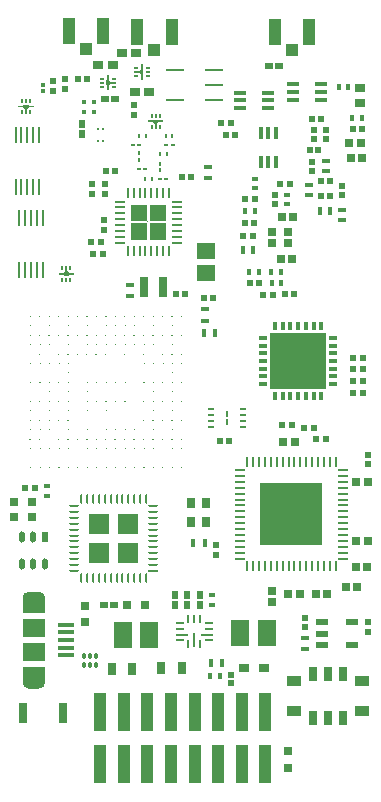
<source format=gtp>
G04*
G04 #@! TF.GenerationSoftware,Altium Limited,Altium Designer,24.2.2 (26)*
G04*
G04 Layer_Color=8421504*
%FSLAX44Y44*%
%MOMM*%
G71*
G04*
G04 #@! TF.SameCoordinates,E5005945-8A51-4B8D-8BE1-141B8C32279E*
G04*
G04*
G04 #@! TF.FilePolarity,Positive*
G04*
G01*
G75*
%ADD13C,0.1250*%
%ADD15R,1.7393X1.7393*%
%ADD16R,0.2000X0.5000*%
%ADD17R,0.5500X0.2000*%
%ADD18C,0.5000*%
G04:AMPARAMS|DCode=19|XSize=0.1925mm|YSize=0.8078mm|CornerRadius=0.0962mm|HoleSize=0mm|Usage=FLASHONLY|Rotation=180.000|XOffset=0mm|YOffset=0mm|HoleType=Round|Shape=RoundedRectangle|*
%AMROUNDEDRECTD19*
21,1,0.1925,0.6154,0,0,180.0*
21,1,0.0000,0.8078,0,0,180.0*
1,1,0.1925,0.0000,0.3077*
1,1,0.1925,0.0000,0.3077*
1,1,0.1925,0.0000,-0.3077*
1,1,0.1925,0.0000,-0.3077*
%
%ADD19ROUNDEDRECTD19*%
G04:AMPARAMS|DCode=20|XSize=0.8078mm|YSize=0.1925mm|CornerRadius=0.0962mm|HoleSize=0mm|Usage=FLASHONLY|Rotation=180.000|XOffset=0mm|YOffset=0mm|HoleType=Round|Shape=RoundedRectangle|*
%AMROUNDEDRECTD20*
21,1,0.8078,0.0000,0,0,180.0*
21,1,0.6154,0.1925,0,0,180.0*
1,1,0.1925,-0.3077,0.0000*
1,1,0.1925,0.3077,0.0000*
1,1,0.1925,0.3077,0.0000*
1,1,0.1925,-0.3077,0.0000*
%
%ADD20ROUNDEDRECTD20*%
%ADD21R,0.8078X0.1925*%
%ADD22R,0.7154X0.6725*%
%ADD23R,1.4986X0.2032*%
%ADD24R,1.0500X0.4500*%
G04:AMPARAMS|DCode=25|XSize=0.3mm|YSize=0.49mm|CornerRadius=0.0495mm|HoleSize=0mm|Usage=FLASHONLY|Rotation=180.000|XOffset=0mm|YOffset=0mm|HoleType=Round|Shape=RoundedRectangle|*
%AMROUNDEDRECTD25*
21,1,0.3000,0.3910,0,0,180.0*
21,1,0.2010,0.4900,0,0,180.0*
1,1,0.0990,-0.1005,0.1955*
1,1,0.0990,0.1005,0.1955*
1,1,0.0990,0.1005,-0.1955*
1,1,0.0990,-0.1005,-0.1955*
%
%ADD25ROUNDEDRECTD25*%
G04:AMPARAMS|DCode=26|XSize=0.3mm|YSize=0.52mm|CornerRadius=0.0495mm|HoleSize=0mm|Usage=FLASHONLY|Rotation=180.000|XOffset=0mm|YOffset=0mm|HoleType=Round|Shape=RoundedRectangle|*
%AMROUNDEDRECTD26*
21,1,0.3000,0.4210,0,0,180.0*
21,1,0.2010,0.5200,0,0,180.0*
1,1,0.0990,-0.1005,0.2105*
1,1,0.0990,0.1005,0.2105*
1,1,0.0990,0.1005,-0.2105*
1,1,0.0990,-0.1005,-0.2105*
%
%ADD26ROUNDEDRECTD26*%
%ADD27R,1.5549X2.3062*%
%ADD28R,0.6725X0.7154*%
%ADD29R,0.8000X0.8000*%
%ADD30R,0.5200X0.5200*%
%ADD31R,0.6500X0.6000*%
%ADD32R,1.3500X0.4000*%
%ADD33R,1.9000X1.5000*%
%ADD34R,0.6000X0.6500*%
%ADD35R,0.5500X0.4500*%
%ADD36R,0.4858X0.9397*%
G04:AMPARAMS|DCode=37|XSize=0.9397mm|YSize=0.4858mm|CornerRadius=0.2429mm|HoleSize=0mm|Usage=FLASHONLY|Rotation=270.000|XOffset=0mm|YOffset=0mm|HoleType=Round|Shape=RoundedRectangle|*
%AMROUNDEDRECTD37*
21,1,0.9397,0.0000,0,0,270.0*
21,1,0.4539,0.4858,0,0,270.0*
1,1,0.4858,0.0000,-0.2269*
1,1,0.4858,0.0000,0.2269*
1,1,0.4858,0.0000,0.2269*
1,1,0.4858,0.0000,-0.2269*
%
%ADD37ROUNDEDRECTD37*%
%ADD38R,0.8000X1.7000*%
%ADD39R,0.8128X0.2540*%
%ADD40R,0.2540X0.8128*%
%ADD41R,5.3086X5.3086*%
%ADD42R,0.5200X0.5200*%
%ADD43R,0.6153X0.5725*%
%ADD44R,0.6000X0.5500*%
%ADD45R,0.8000X0.9000*%
%ADD46R,0.4100X0.6600*%
%ADD47R,0.7500X0.3000*%
%ADD48R,0.3000X0.7500*%
%ADD49R,4.8000X4.8000*%
%ADD50R,0.5153X0.4725*%
%ADD51R,0.4682X0.4725*%
%ADD52R,0.4725X0.4682*%
%ADD53R,0.4500X1.0500*%
G04:AMPARAMS|DCode=54|XSize=0.25mm|YSize=0.675mm|CornerRadius=0.05mm|HoleSize=0mm|Usage=FLASHONLY|Rotation=270.000|XOffset=0mm|YOffset=0mm|HoleType=Round|Shape=RoundedRectangle|*
%AMROUNDEDRECTD54*
21,1,0.2500,0.5750,0,0,270.0*
21,1,0.1500,0.6750,0,0,270.0*
1,1,0.1000,-0.2875,-0.0750*
1,1,0.1000,-0.2875,0.0750*
1,1,0.1000,0.2875,0.0750*
1,1,0.1000,0.2875,-0.0750*
%
%ADD54ROUNDEDRECTD54*%
G04:AMPARAMS|DCode=55|XSize=1.225mm|YSize=0.25mm|CornerRadius=0.05mm|HoleSize=0mm|Usage=FLASHONLY|Rotation=270.000|XOffset=0mm|YOffset=0mm|HoleType=Round|Shape=RoundedRectangle|*
%AMROUNDEDRECTD55*
21,1,1.2250,0.1500,0,0,270.0*
21,1,1.1250,0.2500,0,0,270.0*
1,1,0.1000,-0.0750,-0.5625*
1,1,0.1000,-0.0750,0.5625*
1,1,0.1000,0.0750,0.5625*
1,1,0.1000,0.0750,-0.5625*
%
%ADD55ROUNDEDRECTD55*%
G04:AMPARAMS|DCode=56|XSize=0.25mm|YSize=0.975mm|CornerRadius=0.05mm|HoleSize=0mm|Usage=FLASHONLY|Rotation=270.000|XOffset=0mm|YOffset=0mm|HoleType=Round|Shape=RoundedRectangle|*
%AMROUNDEDRECTD56*
21,1,0.2500,0.8750,0,0,270.0*
21,1,0.1500,0.9750,0,0,270.0*
1,1,0.1000,-0.4375,-0.0750*
1,1,0.1000,-0.4375,0.0750*
1,1,0.1000,0.4375,0.0750*
1,1,0.1000,0.4375,-0.0750*
%
%ADD56ROUNDEDRECTD56*%
G04:AMPARAMS|DCode=57|XSize=0.625mm|YSize=0.25mm|CornerRadius=0.05mm|HoleSize=0mm|Usage=FLASHONLY|Rotation=270.000|XOffset=0mm|YOffset=0mm|HoleType=Round|Shape=RoundedRectangle|*
%AMROUNDEDRECTD57*
21,1,0.6250,0.1500,0,0,270.0*
21,1,0.5250,0.2500,0,0,270.0*
1,1,0.1000,-0.0750,-0.2625*
1,1,0.1000,-0.0750,0.2625*
1,1,0.1000,0.0750,0.2625*
1,1,0.1000,0.0750,-0.2625*
%
%ADD57ROUNDEDRECTD57*%
%ADD58R,0.4725X0.5153*%
%ADD59R,0.4000X0.5000*%
%ADD60R,0.5000X0.4000*%
%ADD61R,0.6500X0.3500*%
%ADD62R,0.3500X0.6500*%
%ADD63R,0.6500X1.0500*%
%ADD64R,0.6750X0.4500*%
%ADD65R,0.4500X0.6750*%
%ADD66C,0.2702*%
%ADD67R,0.3300X0.1500*%
%ADD68R,0.8500X0.6500*%
%ADD69R,0.6500X1.2500*%
%ADD70R,1.2500X0.8500*%
%ADD71R,1.0200X3.2150*%
%ADD72R,0.9500X0.8000*%
%ADD73R,1.0000X1.0500*%
%ADD74R,0.1500X0.3300*%
%ADD75R,0.2794X1.3589*%
%ADD76R,0.8000X1.8000*%
%ADD77R,0.6600X0.4100*%
%ADD78R,0.7000X0.7000*%
%ADD79C,0.2500*%
%ADD80R,0.2500X0.3000*%
%ADD81R,0.3000X0.2500*%
%ADD82R,0.3541X0.2627*%
%ADD83R,0.2750X0.3000*%
%ADD84R,0.2627X0.3541*%
%ADD85R,1.5562X1.4549*%
%ADD86R,0.5600X0.5200*%
%ADD87R,1.1000X0.6000*%
%ADD88R,0.4500X0.4500*%
%ADD89R,0.9500X0.7000*%
%ADD90R,0.3500X0.3000*%
%ADD91R,0.5500X0.5500*%
%ADD92R,0.8000X0.8000*%
%ADD93R,1.0500X2.2000*%
%ADD94R,0.4725X0.5393*%
%ADD95R,0.0254X0.0254*%
G36*
X118719Y624750D02*
X118726Y624671D01*
X118765Y624518D01*
X118836Y624377D01*
X118935Y624253D01*
X118994Y624200D01*
X119055Y624150D01*
X119154Y624025D01*
X119226Y623883D01*
X119265Y623729D01*
X119269Y623650D01*
X119269Y620350D01*
X119265Y620271D01*
X119226Y620117D01*
X119154Y619975D01*
X119055Y619850D01*
X118994Y619800D01*
X118935Y619747D01*
X118836Y619623D01*
X118765Y619482D01*
X118726Y619329D01*
X118719Y619250D01*
X118719D01*
X118719Y615500D01*
X117219D01*
Y619500D01*
X117210Y619571D01*
X117171Y619709D01*
X117107Y619837D01*
X117020Y619950D01*
X116969Y620000D01*
X116969Y620000D01*
X115869Y621000D01*
X115797Y621075D01*
X115625Y621192D01*
X115429Y621258D01*
X115221Y621267D01*
X115119Y621250D01*
X115119D01*
Y621250D01*
X111469D01*
Y622750D01*
X115119Y622750D01*
X115221Y622733D01*
X115429Y622742D01*
X115625Y622808D01*
X115797Y622925D01*
X115869Y623000D01*
Y623000D01*
X116969Y624000D01*
X117020Y624050D01*
X117107Y624163D01*
X117171Y624291D01*
X117210Y624429D01*
X117219Y624500D01*
X117219D01*
X117219Y628500D01*
X118719D01*
X118719Y624750D01*
D02*
G37*
G36*
X89946Y615500D02*
X89955Y615429D01*
X89993Y615291D01*
X90057Y615163D01*
X90145Y615050D01*
X90196Y615000D01*
X91296Y614000D01*
X91368Y613925D01*
X91539Y613808D01*
X91736Y613742D01*
X91943Y613733D01*
X92046Y613750D01*
Y613750D01*
Y613750D01*
X95696D01*
Y612250D01*
X92046D01*
X91943Y612267D01*
X91736Y612258D01*
X91539Y612192D01*
X91368Y612075D01*
X91296Y612000D01*
X91296D01*
X90196Y611000D01*
X90145Y610950D01*
X90057Y610837D01*
X89993Y610709D01*
X89955Y610571D01*
X89946Y610500D01*
X89946Y606500D01*
X88446D01*
Y610250D01*
X88439Y610329D01*
X88399Y610482D01*
X88328Y610623D01*
X88230Y610747D01*
X88171Y610800D01*
X88110Y610850D01*
X88010Y610975D01*
X87939Y611117D01*
X87899Y611271D01*
X87896Y611350D01*
X87896Y611350D01*
X87896Y614650D01*
X87899Y614729D01*
X87939Y614883D01*
X88010Y615025D01*
X88110Y615149D01*
X88171Y615200D01*
X88230Y615253D01*
X88328Y615377D01*
X88399Y615518D01*
X88439Y615671D01*
X88446Y615750D01*
Y615750D01*
X88446Y619500D01*
X89946D01*
X89946Y615500D01*
D02*
G37*
G36*
X21566Y594158D02*
X21720Y594118D01*
X21862Y594047D01*
X21986Y593948D01*
X22036Y593886D01*
X22090Y593828D01*
X22213Y593729D01*
X22355Y593658D01*
X22508Y593619D01*
X22587Y593611D01*
X22587Y593611D01*
X26337Y593612D01*
Y592112D01*
X22337D01*
X22266Y592102D01*
X22128Y592064D01*
X22000Y592000D01*
X21887Y591913D01*
X21837Y591862D01*
Y591862D01*
X20837Y590762D01*
X20761Y590690D01*
X20645Y590518D01*
X20579Y590322D01*
X20570Y590114D01*
X20587Y590012D01*
X20587Y590012D01*
X20587D01*
Y586362D01*
X19087D01*
Y590012D01*
X19104Y590114D01*
X19095Y590322D01*
X19029Y590518D01*
X18912Y590690D01*
X18837Y590762D01*
X17837Y591862D01*
X17787Y591913D01*
X17673Y592000D01*
X17545Y592064D01*
X17408Y592103D01*
X17337Y592112D01*
X17337Y592112D01*
X13337Y592112D01*
Y593612D01*
X17087Y593612D01*
X17165Y593619D01*
X17319Y593658D01*
X17460Y593729D01*
X17584Y593828D01*
X17637Y593886D01*
X17687Y593948D01*
X17811Y594047D01*
X17953Y594118D01*
X18107Y594158D01*
X18187Y594161D01*
X18187D01*
X21487Y594162D01*
X21566Y594158D01*
D02*
G37*
G36*
X131336Y581598D02*
X131490Y581558D01*
X131632Y581487D01*
X131756Y581387D01*
X131806Y581326D01*
X131860Y581267D01*
X131983Y581168D01*
X132125Y581098D01*
X132278Y581058D01*
X132357Y581051D01*
X132357Y581051D01*
X136107Y581051D01*
Y579551D01*
X132107D01*
X132036Y579542D01*
X131898Y579503D01*
X131770Y579439D01*
X131656Y579352D01*
X131606Y579301D01*
Y579301D01*
X130606Y578201D01*
X130531Y578129D01*
X130414Y577958D01*
X130349Y577761D01*
X130339Y577553D01*
X130356Y577451D01*
X130357Y577451D01*
X130357D01*
Y573801D01*
X128856D01*
Y577451D01*
X128874Y577553D01*
X128864Y577761D01*
X128799Y577958D01*
X128682Y578129D01*
X128607Y578201D01*
X127606Y579301D01*
X127556Y579352D01*
X127443Y579439D01*
X127315Y579503D01*
X127177Y579542D01*
X127107Y579551D01*
X127107Y579551D01*
X123106Y579551D01*
Y581051D01*
X126856Y581051D01*
X126935Y581058D01*
X127088Y581098D01*
X127230Y581168D01*
X127353Y581267D01*
X127407Y581326D01*
X127457Y581387D01*
X127581Y581487D01*
X127723Y581558D01*
X127877Y581597D01*
X127956Y581601D01*
X127956D01*
X131257Y581601D01*
X131336Y581598D01*
D02*
G37*
G36*
X138502Y495809D02*
X124500D01*
Y509811D01*
X138502D01*
Y495809D01*
D02*
G37*
G36*
X122500D02*
X108498D01*
Y509811D01*
X122500D01*
Y495809D01*
D02*
G37*
G36*
X138502Y479807D02*
X124500D01*
Y493809D01*
X138502D01*
Y479807D01*
D02*
G37*
G36*
X122500D02*
X108498D01*
Y493809D01*
X122500D01*
Y479807D01*
D02*
G37*
G36*
X54750Y453850D02*
X54733Y453747D01*
X54742Y453540D01*
X54808Y453343D01*
X54925Y453172D01*
X55000Y453100D01*
X55000Y453100D01*
X56000Y452000D01*
X56050Y451949D01*
X56163Y451862D01*
X56291Y451798D01*
X56429Y451759D01*
X56500Y451750D01*
X60500Y451750D01*
Y450250D01*
X56750D01*
X56671Y450243D01*
X56518Y450203D01*
X56377Y450133D01*
X56253Y450034D01*
X56200Y449975D01*
X56150Y449914D01*
X56026Y449814D01*
X55883Y449743D01*
X55729Y449703D01*
X55650Y449700D01*
Y449700D01*
X52350Y449700D01*
X52271Y449703D01*
X52117Y449743D01*
X51975Y449814D01*
X51850Y449914D01*
X51800Y449975D01*
X51800Y449975D01*
X51747Y450034D01*
X51623Y450133D01*
X51482Y450203D01*
X51329Y450243D01*
X51250Y450250D01*
X47500Y450250D01*
Y451750D01*
X51500Y451750D01*
X51571Y451759D01*
X51709Y451798D01*
X51837Y451862D01*
X51950Y451949D01*
X52000Y452000D01*
X52000D01*
X53000Y453100D01*
X53075Y453172D01*
X53192Y453343D01*
X53258Y453540D01*
X53267Y453747D01*
X53250Y453850D01*
X53250D01*
Y457500D01*
X54750D01*
X54750Y453850D01*
D02*
G37*
G36*
X31000Y177000D02*
X22000D01*
Y182000D01*
X31000Y182000D01*
Y177000D01*
D02*
G37*
G36*
X36000Y164000D02*
X17000D01*
Y177000D01*
X36000D01*
Y164000D01*
D02*
G37*
G36*
Y105000D02*
X17000D01*
Y118000D01*
X36000D01*
Y105000D01*
D02*
G37*
G36*
X31000Y100000D02*
X22000Y100000D01*
Y105000D01*
X31000D01*
Y100000D01*
D02*
G37*
%LPC*%
G36*
X89946Y610500D02*
Y610500D01*
D01*
Y610500D01*
D02*
G37*
%LPD*%
D13*
X151829Y415205D02*
G03*
X151829Y415205I-625J0D01*
G01*
Y407205D02*
G03*
X151829Y407205I-625J0D01*
G01*
Y399205D02*
G03*
X151829Y399205I-625J0D01*
G01*
Y391205D02*
G03*
X151829Y391205I-625J0D01*
G01*
Y383205D02*
G03*
X151829Y383205I-625J0D01*
G01*
Y375205D02*
G03*
X151829Y375205I-625J0D01*
G01*
Y367205D02*
G03*
X151829Y367205I-625J0D01*
G01*
Y359205D02*
G03*
X151829Y359205I-625J0D01*
G01*
Y351205D02*
G03*
X151829Y351205I-625J0D01*
G01*
Y343205D02*
G03*
X151829Y343205I-625J0D01*
G01*
Y335205D02*
G03*
X151829Y335205I-625J0D01*
G01*
Y327205D02*
G03*
X151829Y327205I-625J0D01*
G01*
Y319205D02*
G03*
X151829Y319205I-625J0D01*
G01*
Y311205D02*
G03*
X151829Y311205I-625J0D01*
G01*
Y303205D02*
G03*
X151829Y303205I-625J0D01*
G01*
Y295205D02*
G03*
X151829Y295205I-625J0D01*
G01*
Y287205D02*
G03*
X151829Y287205I-625J0D01*
G01*
X143829Y415205D02*
G03*
X143829Y415205I-625J0D01*
G01*
Y407205D02*
G03*
X143829Y407205I-625J0D01*
G01*
Y399205D02*
G03*
X143829Y399205I-625J0D01*
G01*
Y391205D02*
G03*
X143829Y391205I-625J0D01*
G01*
Y383205D02*
G03*
X143829Y383205I-625J0D01*
G01*
Y375205D02*
G03*
X143829Y375205I-625J0D01*
G01*
Y367205D02*
G03*
X143829Y367205I-625J0D01*
G01*
Y359205D02*
G03*
X143829Y359205I-625J0D01*
G01*
Y351205D02*
G03*
X143829Y351205I-625J0D01*
G01*
Y343205D02*
G03*
X143829Y343205I-625J0D01*
G01*
Y335205D02*
G03*
X143829Y335205I-625J0D01*
G01*
Y327205D02*
G03*
X143829Y327205I-625J0D01*
G01*
Y319205D02*
G03*
X143829Y319205I-625J0D01*
G01*
Y311205D02*
G03*
X143829Y311205I-625J0D01*
G01*
Y303205D02*
G03*
X143829Y303205I-625J0D01*
G01*
Y295205D02*
G03*
X143829Y295205I-625J0D01*
G01*
Y287205D02*
G03*
X143829Y287205I-625J0D01*
G01*
X135829Y415205D02*
G03*
X135829Y415205I-625J0D01*
G01*
Y407205D02*
G03*
X135829Y407205I-625J0D01*
G01*
Y399205D02*
G03*
X135829Y399205I-625J0D01*
G01*
Y391205D02*
G03*
X135829Y391205I-625J0D01*
G01*
Y383205D02*
G03*
X135829Y383205I-625J0D01*
G01*
Y375205D02*
G03*
X135829Y375205I-625J0D01*
G01*
Y367205D02*
G03*
X135829Y367205I-625J0D01*
G01*
Y359205D02*
G03*
X135829Y359205I-625J0D01*
G01*
Y351205D02*
G03*
X135829Y351205I-625J0D01*
G01*
Y343205D02*
G03*
X135829Y343205I-625J0D01*
G01*
Y335205D02*
G03*
X135829Y335205I-625J0D01*
G01*
Y327205D02*
G03*
X135829Y327205I-625J0D01*
G01*
Y319205D02*
G03*
X135829Y319205I-625J0D01*
G01*
Y311205D02*
G03*
X135829Y311205I-625J0D01*
G01*
Y303205D02*
G03*
X135829Y303205I-625J0D01*
G01*
Y295205D02*
G03*
X135829Y295205I-625J0D01*
G01*
Y287205D02*
G03*
X135829Y287205I-625J0D01*
G01*
X127829Y415205D02*
G03*
X127829Y415205I-625J0D01*
G01*
Y407205D02*
G03*
X127829Y407205I-625J0D01*
G01*
Y399205D02*
G03*
X127829Y399205I-625J0D01*
G01*
Y391205D02*
G03*
X127829Y391205I-625J0D01*
G01*
Y383205D02*
G03*
X127829Y383205I-625J0D01*
G01*
Y375205D02*
G03*
X127829Y375205I-625J0D01*
G01*
Y367205D02*
G03*
X127829Y367205I-625J0D01*
G01*
Y359205D02*
G03*
X127829Y359205I-625J0D01*
G01*
Y351205D02*
G03*
X127829Y351205I-625J0D01*
G01*
Y343205D02*
G03*
X127829Y343205I-625J0D01*
G01*
Y335205D02*
G03*
X127829Y335205I-625J0D01*
G01*
Y327205D02*
G03*
X127829Y327205I-625J0D01*
G01*
Y319205D02*
G03*
X127829Y319205I-625J0D01*
G01*
Y311205D02*
G03*
X127829Y311205I-625J0D01*
G01*
Y303205D02*
G03*
X127829Y303205I-625J0D01*
G01*
Y295205D02*
G03*
X127829Y295205I-625J0D01*
G01*
Y287205D02*
G03*
X127829Y287205I-625J0D01*
G01*
X119829Y415205D02*
G03*
X119829Y415205I-625J0D01*
G01*
Y407205D02*
G03*
X119829Y407205I-625J0D01*
G01*
Y399205D02*
G03*
X119829Y399205I-625J0D01*
G01*
Y391205D02*
G03*
X119829Y391205I-625J0D01*
G01*
Y383205D02*
G03*
X119829Y383205I-625J0D01*
G01*
Y375205D02*
G03*
X119829Y375205I-625J0D01*
G01*
Y367205D02*
G03*
X119829Y367205I-625J0D01*
G01*
Y359205D02*
G03*
X119829Y359205I-625J0D01*
G01*
Y351205D02*
G03*
X119829Y351205I-625J0D01*
G01*
Y343205D02*
G03*
X119829Y343205I-625J0D01*
G01*
Y335205D02*
G03*
X119829Y335205I-625J0D01*
G01*
Y327205D02*
G03*
X119829Y327205I-625J0D01*
G01*
Y319205D02*
G03*
X119829Y319205I-625J0D01*
G01*
Y311205D02*
G03*
X119829Y311205I-625J0D01*
G01*
Y303205D02*
G03*
X119829Y303205I-625J0D01*
G01*
Y295205D02*
G03*
X119829Y295205I-625J0D01*
G01*
Y287205D02*
G03*
X119829Y287205I-625J0D01*
G01*
X111829Y415205D02*
G03*
X111829Y415205I-625J0D01*
G01*
Y407205D02*
G03*
X111829Y407205I-625J0D01*
G01*
Y399205D02*
G03*
X111829Y399205I-625J0D01*
G01*
Y391205D02*
G03*
X111829Y391205I-625J0D01*
G01*
Y383205D02*
G03*
X111829Y383205I-625J0D01*
G01*
Y319205D02*
G03*
X111829Y319205I-625J0D01*
G01*
Y311205D02*
G03*
X111829Y311205I-625J0D01*
G01*
Y303205D02*
G03*
X111829Y303205I-625J0D01*
G01*
Y295205D02*
G03*
X111829Y295205I-625J0D01*
G01*
Y287205D02*
G03*
X111829Y287205I-625J0D01*
G01*
X103829Y415205D02*
G03*
X103829Y415205I-625J0D01*
G01*
Y407205D02*
G03*
X103829Y407205I-625J0D01*
G01*
Y399205D02*
G03*
X103829Y399205I-625J0D01*
G01*
Y391205D02*
G03*
X103829Y391205I-625J0D01*
G01*
Y383205D02*
G03*
X103829Y383205I-625J0D01*
G01*
Y367205D02*
G03*
X103829Y367205I-625J0D01*
G01*
Y359205D02*
G03*
X103829Y359205I-625J0D01*
G01*
Y351205D02*
G03*
X103829Y351205I-625J0D01*
G01*
Y343205D02*
G03*
X103829Y343205I-625J0D01*
G01*
Y335205D02*
G03*
X103829Y335205I-625J0D01*
G01*
Y319205D02*
G03*
X103829Y319205I-625J0D01*
G01*
Y311205D02*
G03*
X103829Y311205I-625J0D01*
G01*
Y303205D02*
G03*
X103829Y303205I-625J0D01*
G01*
Y295205D02*
G03*
X103829Y295205I-625J0D01*
G01*
Y287205D02*
G03*
X103829Y287205I-625J0D01*
G01*
X95829Y415205D02*
G03*
X95829Y415205I-625J0D01*
G01*
Y407205D02*
G03*
X95829Y407205I-625J0D01*
G01*
Y399205D02*
G03*
X95829Y399205I-625J0D01*
G01*
Y391205D02*
G03*
X95829Y391205I-625J0D01*
G01*
Y383205D02*
G03*
X95829Y383205I-625J0D01*
G01*
Y367205D02*
G03*
X95829Y367205I-625J0D01*
G01*
Y359205D02*
G03*
X95829Y359205I-625J0D01*
G01*
Y351205D02*
G03*
X95829Y351205I-625J0D01*
G01*
Y343205D02*
G03*
X95829Y343205I-625J0D01*
G01*
Y335205D02*
G03*
X95829Y335205I-625J0D01*
G01*
Y319205D02*
G03*
X95829Y319205I-625J0D01*
G01*
Y311205D02*
G03*
X95829Y311205I-625J0D01*
G01*
Y303205D02*
G03*
X95829Y303205I-625J0D01*
G01*
Y295205D02*
G03*
X95829Y295205I-625J0D01*
G01*
Y287205D02*
G03*
X95829Y287205I-625J0D01*
G01*
X87829Y415205D02*
G03*
X87829Y415205I-625J0D01*
G01*
Y407205D02*
G03*
X87829Y407205I-625J0D01*
G01*
Y399205D02*
G03*
X87829Y399205I-625J0D01*
G01*
Y391205D02*
G03*
X87829Y391205I-625J0D01*
G01*
Y383205D02*
G03*
X87829Y383205I-625J0D01*
G01*
Y367205D02*
G03*
X87829Y367205I-625J0D01*
G01*
Y359205D02*
G03*
X87829Y359205I-625J0D01*
G01*
Y351205D02*
G03*
X87829Y351205I-625J0D01*
G01*
Y343205D02*
G03*
X87829Y343205I-625J0D01*
G01*
Y335205D02*
G03*
X87829Y335205I-625J0D01*
G01*
Y319205D02*
G03*
X87829Y319205I-625J0D01*
G01*
Y311205D02*
G03*
X87829Y311205I-625J0D01*
G01*
Y303205D02*
G03*
X87829Y303205I-625J0D01*
G01*
Y295205D02*
G03*
X87829Y295205I-625J0D01*
G01*
Y287205D02*
G03*
X87829Y287205I-625J0D01*
G01*
X79829Y415205D02*
G03*
X79829Y415205I-625J0D01*
G01*
Y407205D02*
G03*
X79829Y407205I-625J0D01*
G01*
Y399205D02*
G03*
X79829Y399205I-625J0D01*
G01*
Y391205D02*
G03*
X79829Y391205I-625J0D01*
G01*
Y383205D02*
G03*
X79829Y383205I-625J0D01*
G01*
Y367205D02*
G03*
X79829Y367205I-625J0D01*
G01*
Y359205D02*
G03*
X79829Y359205I-625J0D01*
G01*
Y351205D02*
G03*
X79829Y351205I-625J0D01*
G01*
Y343205D02*
G03*
X79829Y343205I-625J0D01*
G01*
Y335205D02*
G03*
X79829Y335205I-625J0D01*
G01*
Y319205D02*
G03*
X79829Y319205I-625J0D01*
G01*
Y311205D02*
G03*
X79829Y311205I-625J0D01*
G01*
Y303205D02*
G03*
X79829Y303205I-625J0D01*
G01*
Y295205D02*
G03*
X79829Y295205I-625J0D01*
G01*
Y287205D02*
G03*
X79829Y287205I-625J0D01*
G01*
X71829Y415205D02*
G03*
X71829Y415205I-625J0D01*
G01*
Y407205D02*
G03*
X71829Y407205I-625J0D01*
G01*
Y399205D02*
G03*
X71829Y399205I-625J0D01*
G01*
Y391205D02*
G03*
X71829Y391205I-625J0D01*
G01*
Y383205D02*
G03*
X71829Y383205I-625J0D01*
G01*
Y367205D02*
G03*
X71829Y367205I-625J0D01*
G01*
Y359205D02*
G03*
X71829Y359205I-625J0D01*
G01*
Y351205D02*
G03*
X71829Y351205I-625J0D01*
G01*
Y343205D02*
G03*
X71829Y343205I-625J0D01*
G01*
Y335205D02*
G03*
X71829Y335205I-625J0D01*
G01*
Y319205D02*
G03*
X71829Y319205I-625J0D01*
G01*
Y311205D02*
G03*
X71829Y311205I-625J0D01*
G01*
Y303205D02*
G03*
X71829Y303205I-625J0D01*
G01*
Y295205D02*
G03*
X71829Y295205I-625J0D01*
G01*
Y287205D02*
G03*
X71829Y287205I-625J0D01*
G01*
X63829Y415205D02*
G03*
X63829Y415205I-625J0D01*
G01*
Y407205D02*
G03*
X63829Y407205I-625J0D01*
G01*
Y399205D02*
G03*
X63829Y399205I-625J0D01*
G01*
Y391205D02*
G03*
X63829Y391205I-625J0D01*
G01*
Y383205D02*
G03*
X63829Y383205I-625J0D01*
G01*
Y319205D02*
G03*
X63829Y319205I-625J0D01*
G01*
Y311205D02*
G03*
X63829Y311205I-625J0D01*
G01*
Y303205D02*
G03*
X63829Y303205I-625J0D01*
G01*
Y295205D02*
G03*
X63829Y295205I-625J0D01*
G01*
Y287205D02*
G03*
X63829Y287205I-625J0D01*
G01*
X55829Y415205D02*
G03*
X55829Y415205I-625J0D01*
G01*
Y407205D02*
G03*
X55829Y407205I-625J0D01*
G01*
Y399205D02*
G03*
X55829Y399205I-625J0D01*
G01*
Y391205D02*
G03*
X55829Y391205I-625J0D01*
G01*
Y383205D02*
G03*
X55829Y383205I-625J0D01*
G01*
Y375205D02*
G03*
X55829Y375205I-625J0D01*
G01*
Y367205D02*
G03*
X55829Y367205I-625J0D01*
G01*
Y359205D02*
G03*
X55829Y359205I-625J0D01*
G01*
Y351205D02*
G03*
X55829Y351205I-625J0D01*
G01*
Y343205D02*
G03*
X55829Y343205I-625J0D01*
G01*
Y335205D02*
G03*
X55829Y335205I-625J0D01*
G01*
Y327205D02*
G03*
X55829Y327205I-625J0D01*
G01*
Y319205D02*
G03*
X55829Y319205I-625J0D01*
G01*
Y311205D02*
G03*
X55829Y311205I-625J0D01*
G01*
Y303205D02*
G03*
X55829Y303205I-625J0D01*
G01*
Y295205D02*
G03*
X55829Y295205I-625J0D01*
G01*
Y287205D02*
G03*
X55829Y287205I-625J0D01*
G01*
X47829Y415205D02*
G03*
X47829Y415205I-625J0D01*
G01*
Y407205D02*
G03*
X47829Y407205I-625J0D01*
G01*
Y399205D02*
G03*
X47829Y399205I-625J0D01*
G01*
Y391205D02*
G03*
X47829Y391205I-625J0D01*
G01*
Y383205D02*
G03*
X47829Y383205I-625J0D01*
G01*
Y375205D02*
G03*
X47829Y375205I-625J0D01*
G01*
Y367205D02*
G03*
X47829Y367205I-625J0D01*
G01*
Y359205D02*
G03*
X47829Y359205I-625J0D01*
G01*
Y351205D02*
G03*
X47829Y351205I-625J0D01*
G01*
Y343205D02*
G03*
X47829Y343205I-625J0D01*
G01*
Y335205D02*
G03*
X47829Y335205I-625J0D01*
G01*
Y327205D02*
G03*
X47829Y327205I-625J0D01*
G01*
Y319205D02*
G03*
X47829Y319205I-625J0D01*
G01*
Y311205D02*
G03*
X47829Y311205I-625J0D01*
G01*
Y303205D02*
G03*
X47829Y303205I-625J0D01*
G01*
Y295205D02*
G03*
X47829Y295205I-625J0D01*
G01*
Y287205D02*
G03*
X47829Y287205I-625J0D01*
G01*
X39829Y415205D02*
G03*
X39829Y415205I-625J0D01*
G01*
Y407205D02*
G03*
X39829Y407205I-625J0D01*
G01*
Y399205D02*
G03*
X39829Y399205I-625J0D01*
G01*
Y391205D02*
G03*
X39829Y391205I-625J0D01*
G01*
Y383205D02*
G03*
X39829Y383205I-625J0D01*
G01*
Y375205D02*
G03*
X39829Y375205I-625J0D01*
G01*
Y367205D02*
G03*
X39829Y367205I-625J0D01*
G01*
Y359205D02*
G03*
X39829Y359205I-625J0D01*
G01*
Y351205D02*
G03*
X39829Y351205I-625J0D01*
G01*
Y343205D02*
G03*
X39829Y343205I-625J0D01*
G01*
Y335205D02*
G03*
X39829Y335205I-625J0D01*
G01*
Y327205D02*
G03*
X39829Y327205I-625J0D01*
G01*
Y319205D02*
G03*
X39829Y319205I-625J0D01*
G01*
Y311205D02*
G03*
X39829Y311205I-625J0D01*
G01*
Y303205D02*
G03*
X39829Y303205I-625J0D01*
G01*
Y295205D02*
G03*
X39829Y295205I-625J0D01*
G01*
Y287205D02*
G03*
X39829Y287205I-625J0D01*
G01*
X31829Y415205D02*
G03*
X31829Y415205I-625J0D01*
G01*
Y407205D02*
G03*
X31829Y407205I-625J0D01*
G01*
Y399205D02*
G03*
X31829Y399205I-625J0D01*
G01*
Y391205D02*
G03*
X31829Y391205I-625J0D01*
G01*
Y383205D02*
G03*
X31829Y383205I-625J0D01*
G01*
Y375205D02*
G03*
X31829Y375205I-625J0D01*
G01*
Y367205D02*
G03*
X31829Y367205I-625J0D01*
G01*
Y359205D02*
G03*
X31829Y359205I-625J0D01*
G01*
Y351205D02*
G03*
X31829Y351205I-625J0D01*
G01*
Y343205D02*
G03*
X31829Y343205I-625J0D01*
G01*
Y335205D02*
G03*
X31829Y335205I-625J0D01*
G01*
Y327205D02*
G03*
X31829Y327205I-625J0D01*
G01*
Y319205D02*
G03*
X31829Y319205I-625J0D01*
G01*
Y311205D02*
G03*
X31829Y311205I-625J0D01*
G01*
Y303205D02*
G03*
X31829Y303205I-625J0D01*
G01*
Y295205D02*
G03*
X31829Y295205I-625J0D01*
G01*
Y287205D02*
G03*
X31829Y287205I-625J0D01*
G01*
X23829Y415205D02*
G03*
X23829Y415205I-625J0D01*
G01*
Y407205D02*
G03*
X23829Y407205I-625J0D01*
G01*
Y399205D02*
G03*
X23829Y399205I-625J0D01*
G01*
Y391205D02*
G03*
X23829Y391205I-625J0D01*
G01*
Y383205D02*
G03*
X23829Y383205I-625J0D01*
G01*
Y375205D02*
G03*
X23829Y375205I-625J0D01*
G01*
Y367205D02*
G03*
X23829Y367205I-625J0D01*
G01*
Y359205D02*
G03*
X23829Y359205I-625J0D01*
G01*
Y351205D02*
G03*
X23829Y351205I-625J0D01*
G01*
Y343205D02*
G03*
X23829Y343205I-625J0D01*
G01*
Y335205D02*
G03*
X23829Y335205I-625J0D01*
G01*
Y327205D02*
G03*
X23829Y327205I-625J0D01*
G01*
Y319205D02*
G03*
X23829Y319205I-625J0D01*
G01*
Y311205D02*
G03*
X23829Y311205I-625J0D01*
G01*
Y303205D02*
G03*
X23829Y303205I-625J0D01*
G01*
Y295205D02*
G03*
X23829Y295205I-625J0D01*
G01*
Y287205D02*
G03*
X23829Y287205I-625J0D01*
G01*
D15*
X81935Y239065D02*
D03*
X106065D02*
D03*
X81935Y214935D02*
D03*
X106065D02*
D03*
D16*
X190000Y332500D02*
D03*
Y325500D02*
D03*
D17*
X203750Y336500D02*
D03*
Y331500D02*
D03*
Y326500D02*
D03*
Y321500D02*
D03*
X176250D02*
D03*
X176250Y326500D02*
D03*
Y331500D02*
D03*
X176250Y336500D02*
D03*
D18*
X24500Y177000D02*
G03*
X24500Y177000I-2500J0D01*
G01*
X33500D02*
G03*
X33500Y177000I-2500J0D01*
G01*
X24500Y105000D02*
G03*
X24500Y105000I-2500J0D01*
G01*
X33500D02*
G03*
X33500Y105000I-2500J0D01*
G01*
D19*
X121500Y193248D02*
D03*
X116500D02*
D03*
X111500D02*
D03*
X106500D02*
D03*
X101500D02*
D03*
X96500D02*
D03*
X91500D02*
D03*
X86500D02*
D03*
X81500D02*
D03*
X76500D02*
D03*
X71500D02*
D03*
X66500D02*
D03*
Y260752D02*
D03*
X71500D02*
D03*
X76500D02*
D03*
X81500D02*
D03*
X86500D02*
D03*
X91500D02*
D03*
X96500D02*
D03*
X101500D02*
D03*
X106500D02*
D03*
X111500D02*
D03*
X116500D02*
D03*
X121500D02*
D03*
D20*
X60248Y199500D02*
D03*
Y204500D02*
D03*
Y209500D02*
D03*
Y214500D02*
D03*
Y219500D02*
D03*
Y224500D02*
D03*
Y229500D02*
D03*
Y234500D02*
D03*
Y239500D02*
D03*
Y244500D02*
D03*
Y249500D02*
D03*
Y254500D02*
D03*
X127752D02*
D03*
Y249500D02*
D03*
Y244500D02*
D03*
Y239500D02*
D03*
Y234500D02*
D03*
Y229500D02*
D03*
Y224500D02*
D03*
Y219500D02*
D03*
Y214500D02*
D03*
Y209500D02*
D03*
Y204500D02*
D03*
D21*
Y199500D02*
D03*
D22*
X308586Y203266D02*
D03*
X299015D02*
D03*
X247385Y309001D02*
D03*
X237814D02*
D03*
X309149Y274601D02*
D03*
X299578D02*
D03*
X309195Y225023D02*
D03*
X299623D02*
D03*
X251443Y180001D02*
D03*
X241872D02*
D03*
X300234Y185720D02*
D03*
X290663D02*
D03*
X265285Y180001D02*
D03*
X274856D02*
D03*
X236216Y499472D02*
D03*
X245787D02*
D03*
X235575Y464021D02*
D03*
X245147D02*
D03*
X303079Y561949D02*
D03*
X304292Y548868D02*
D03*
X293508Y561949D02*
D03*
X294720Y548868D02*
D03*
D23*
X179274Y610700D02*
D03*
Y623400D02*
D03*
X146000Y598000D02*
D03*
Y623400D02*
D03*
X179274Y598000D02*
D03*
D24*
X201000Y591500D02*
D03*
X225000Y598000D02*
D03*
X201000D02*
D03*
X225000Y604500D02*
D03*
X201000D02*
D03*
X225000Y591500D02*
D03*
X270000Y598500D02*
D03*
X246000Y605000D02*
D03*
Y611500D02*
D03*
X270000D02*
D03*
Y605000D02*
D03*
X246000Y598500D02*
D03*
D25*
X79000Y120150D02*
D03*
X74000Y127850D02*
D03*
X69000Y120150D02*
D03*
Y127850D02*
D03*
X74000Y120150D02*
D03*
D26*
X79000Y127700D02*
D03*
D27*
X124371Y145250D02*
D03*
X101858D02*
D03*
X223627Y147250D02*
D03*
X201114D02*
D03*
D28*
X241716Y477101D02*
D03*
Y486672D02*
D03*
X227897Y173424D02*
D03*
Y182995D02*
D03*
X228465Y486818D02*
D03*
Y477247D02*
D03*
D29*
X9558Y245000D02*
D03*
X24558D02*
D03*
X9500Y258000D02*
D03*
X24500D02*
D03*
X120370Y170982D02*
D03*
X105370D02*
D03*
D30*
X183772Y309308D02*
D03*
X191772D02*
D03*
X151500Y532809D02*
D03*
X95500Y537809D02*
D03*
X75000Y478000D02*
D03*
X185000Y579000D02*
D03*
X189000Y569000D02*
D03*
X159500Y532809D02*
D03*
X178557Y431015D02*
D03*
X87500Y537809D02*
D03*
X83000Y478000D02*
D03*
X193000Y579000D02*
D03*
X197000Y569000D02*
D03*
X170557Y431015D02*
D03*
D31*
X234250Y627000D02*
D03*
X225750D02*
D03*
X85750Y171000D02*
D03*
X94250D02*
D03*
X95250Y599000D02*
D03*
X86750D02*
D03*
D32*
X53500Y154000D02*
D03*
Y147500D02*
D03*
Y141000D02*
D03*
Y134500D02*
D03*
Y128000D02*
D03*
D33*
X26500Y151000D02*
D03*
Y131000D02*
D03*
D34*
X167050Y179233D02*
D03*
Y170733D02*
D03*
X156000Y179250D02*
D03*
Y170750D02*
D03*
X146000D02*
D03*
Y179250D02*
D03*
X67000Y569750D02*
D03*
Y578250D02*
D03*
D35*
X177000Y179500D02*
D03*
Y170500D02*
D03*
D36*
X35500Y228155D02*
D03*
D37*
X26000Y205845D02*
D03*
X16500D02*
D03*
X35500D02*
D03*
X26000Y228155D02*
D03*
X16500D02*
D03*
D38*
X17000Y79000D02*
D03*
X51000D02*
D03*
D39*
X200658Y219997D02*
D03*
Y214996D02*
D03*
X288542Y230000D02*
D03*
Y245003D02*
D03*
Y250005D02*
D03*
Y255006D02*
D03*
Y260007D02*
D03*
Y265008D02*
D03*
Y270010D02*
D03*
Y209994D02*
D03*
Y224998D02*
D03*
Y275011D02*
D03*
X200658Y209994D02*
D03*
X288542Y240002D02*
D03*
X200658Y275011D02*
D03*
Y270010D02*
D03*
Y230000D02*
D03*
X288542Y280012D02*
D03*
X200658Y235001D02*
D03*
X288542Y214996D02*
D03*
Y219997D02*
D03*
X200658Y260007D02*
D03*
Y224998D02*
D03*
Y280012D02*
D03*
X288542Y235001D02*
D03*
X200658Y255006D02*
D03*
Y250005D02*
D03*
Y245003D02*
D03*
Y240002D02*
D03*
X288542Y285013D02*
D03*
X200658Y265008D02*
D03*
Y285013D02*
D03*
X98989Y477309D02*
D03*
Y507309D02*
D03*
Y512309D02*
D03*
Y502309D02*
D03*
Y492309D02*
D03*
X148011Y477309D02*
D03*
Y492309D02*
D03*
Y487309D02*
D03*
Y482309D02*
D03*
X98989Y497309D02*
D03*
Y482309D02*
D03*
Y487309D02*
D03*
X148011Y497309D02*
D03*
Y502309D02*
D03*
Y507309D02*
D03*
Y512309D02*
D03*
D40*
X222094Y203562D02*
D03*
X227095D02*
D03*
X237098D02*
D03*
X282109Y291446D02*
D03*
X277108D02*
D03*
X272106D02*
D03*
X267105D02*
D03*
X262104D02*
D03*
X257103D02*
D03*
X252101D02*
D03*
X247100D02*
D03*
X242099D02*
D03*
X237098D02*
D03*
X232096D02*
D03*
X252101Y203562D02*
D03*
X267105D02*
D03*
X227095Y291446D02*
D03*
X232096Y203562D02*
D03*
X282109D02*
D03*
X207090Y291446D02*
D03*
X217093Y203562D02*
D03*
X207090D02*
D03*
X217093Y291446D02*
D03*
X222094D02*
D03*
X212091Y203562D02*
D03*
Y291446D02*
D03*
X242099Y203562D02*
D03*
X257103D02*
D03*
X262104D02*
D03*
X272106D02*
D03*
X277108D02*
D03*
X247100D02*
D03*
X111000Y470299D02*
D03*
X121000D02*
D03*
X131000D02*
D03*
X126000D02*
D03*
X136000D02*
D03*
X116000D02*
D03*
Y519320D02*
D03*
X121000D02*
D03*
X131000D02*
D03*
X106000D02*
D03*
X141000D02*
D03*
Y470299D02*
D03*
X106000D02*
D03*
X136000Y519320D02*
D03*
X126000D02*
D03*
X111000D02*
D03*
D41*
X244600Y247504D02*
D03*
D42*
X309658Y298001D02*
D03*
Y290001D02*
D03*
X180890Y213365D02*
D03*
Y221365D02*
D03*
X86500Y518810D02*
D03*
X75500D02*
D03*
X85500Y488309D02*
D03*
X309000Y156000D02*
D03*
Y148000D02*
D03*
X256000Y152000D02*
D03*
X111000Y594000D02*
D03*
X86500Y526809D02*
D03*
X85500Y496309D02*
D03*
X75500Y526809D02*
D03*
X256000Y160000D02*
D03*
X111000Y586000D02*
D03*
D43*
X236372Y323001D02*
D03*
X244943D02*
D03*
X243452Y527433D02*
D03*
X234881D02*
D03*
X220314Y433255D02*
D03*
X228886D02*
D03*
X203474Y483543D02*
D03*
X212045D02*
D03*
D44*
X265408Y311001D02*
D03*
X273908D02*
D03*
X263908Y321001D02*
D03*
X255408D02*
D03*
X305023Y380250D02*
D03*
Y360250D02*
D03*
X76750Y467809D02*
D03*
X296523Y380250D02*
D03*
Y360250D02*
D03*
Y370250D02*
D03*
X296388Y350527D02*
D03*
X27082Y269582D02*
D03*
X85250Y467809D02*
D03*
X304888Y350527D02*
D03*
X305023Y370250D02*
D03*
X18582Y269582D02*
D03*
D45*
X171908Y257251D02*
D03*
X159408D02*
D03*
X171908Y240751D02*
D03*
X159408D02*
D03*
D46*
X161608Y223001D02*
D03*
X171708D02*
D03*
D47*
X220505Y364225D02*
D03*
X280005Y390225D02*
D03*
X220505Y383725D02*
D03*
X280005Y357725D02*
D03*
X220505Y390225D02*
D03*
Y377225D02*
D03*
X280005Y364225D02*
D03*
Y377225D02*
D03*
Y370725D02*
D03*
Y383725D02*
D03*
Y396725D02*
D03*
X220505D02*
D03*
Y357725D02*
D03*
Y370725D02*
D03*
D48*
X230755Y406975D02*
D03*
X256755D02*
D03*
X269755Y347475D02*
D03*
X243755Y406975D02*
D03*
X263255D02*
D03*
X230755Y347475D02*
D03*
X237255D02*
D03*
X243755D02*
D03*
X250255D02*
D03*
X256755D02*
D03*
X263255D02*
D03*
X237255Y406975D02*
D03*
X269755D02*
D03*
X250255D02*
D03*
D49*
Y377225D02*
D03*
D50*
X212786Y494000D02*
D03*
X205214D02*
D03*
X269577Y582464D02*
D03*
X262006D02*
D03*
X304119Y573462D02*
D03*
X296548D02*
D03*
X269604Y516870D02*
D03*
X277176D02*
D03*
X277176Y529309D02*
D03*
X269604D02*
D03*
X246900Y433685D02*
D03*
X239328D02*
D03*
X209214Y443000D02*
D03*
X216786D02*
D03*
X259876Y555882D02*
D03*
X267447D02*
D03*
X147214Y434000D02*
D03*
X154785D02*
D03*
D51*
X213511Y514742D02*
D03*
X205468D02*
D03*
D52*
X273550Y573132D02*
D03*
Y565089D02*
D03*
D53*
X231500Y546000D02*
D03*
X225000Y570000D02*
D03*
X231500D02*
D03*
X218500Y546000D02*
D03*
X225000D02*
D03*
X218500Y570000D02*
D03*
D54*
X174496Y155750D02*
D03*
Y150750D02*
D03*
Y140750D02*
D03*
X150246D02*
D03*
Y150750D02*
D03*
Y155750D02*
D03*
D55*
X162371Y140875D02*
D03*
D56*
X172996Y145750D02*
D03*
X151746D02*
D03*
D57*
X167371Y137875D02*
D03*
X157371D02*
D03*
Y158625D02*
D03*
X162371D02*
D03*
X167371D02*
D03*
D58*
X263465Y573080D02*
D03*
Y565509D02*
D03*
X287278Y525263D02*
D03*
Y517692D02*
D03*
X230917Y517855D02*
D03*
Y510284D02*
D03*
X262155Y546176D02*
D03*
Y538605D02*
D03*
D59*
X227781Y443362D02*
D03*
X235780D02*
D03*
X235527Y452860D02*
D03*
X227527D02*
D03*
X208983Y452904D02*
D03*
X216983D02*
D03*
X184000Y111000D02*
D03*
X176000D02*
D03*
X284492Y609000D02*
D03*
X292491D02*
D03*
X303999Y583000D02*
D03*
X296000D02*
D03*
X205357Y504564D02*
D03*
X213356D02*
D03*
D60*
X240500Y518181D02*
D03*
Y510181D02*
D03*
X213548Y531646D02*
D03*
Y523647D02*
D03*
X37854Y271077D02*
D03*
Y263077D02*
D03*
D61*
X273485Y546903D02*
D03*
Y538403D02*
D03*
X259174Y526714D02*
D03*
Y518214D02*
D03*
X287000Y496500D02*
D03*
Y505000D02*
D03*
D62*
X277250Y504000D02*
D03*
X268750D02*
D03*
X203541Y471689D02*
D03*
X212041D02*
D03*
D63*
X92500Y116305D02*
D03*
X109500D02*
D03*
X151500Y117000D02*
D03*
X134500D02*
D03*
D64*
X256000Y142625D02*
D03*
Y133375D02*
D03*
X108100Y441625D02*
D03*
X174000Y532375D02*
D03*
X108100Y432375D02*
D03*
X174000Y541625D02*
D03*
D65*
X185625Y122000D02*
D03*
X176375D02*
D03*
X170875Y401000D02*
D03*
X180125D02*
D03*
D66*
X117000Y622000D02*
D03*
X90165Y613000D02*
D03*
X129607Y579332D02*
D03*
X19837Y591893D02*
D03*
X54000Y451969D02*
D03*
D67*
X122819Y625500D02*
D03*
Y622000D02*
D03*
Y618500D02*
D03*
X113119D02*
D03*
Y625500D02*
D03*
X84346Y609500D02*
D03*
Y613000D02*
D03*
Y616500D02*
D03*
X94046D02*
D03*
Y609500D02*
D03*
D68*
X100750Y638000D02*
D03*
X113250D02*
D03*
X111750Y605000D02*
D03*
X124250D02*
D03*
X80750Y628000D02*
D03*
X93250D02*
D03*
D69*
X288300Y74850D02*
D03*
X262900Y112350D02*
D03*
Y74850D02*
D03*
X275600D02*
D03*
Y112350D02*
D03*
X288300D02*
D03*
D70*
X246850Y106300D02*
D03*
X304350Y80900D02*
D03*
X246850D02*
D03*
X304350Y106300D02*
D03*
D71*
X182560Y36200D02*
D03*
X162560Y79749D02*
D03*
X82560D02*
D03*
X222560Y36200D02*
D03*
X202560Y79749D02*
D03*
Y36200D02*
D03*
X182560Y79749D02*
D03*
X142560Y36200D02*
D03*
X122560Y79749D02*
D03*
Y36200D02*
D03*
X102560Y79749D02*
D03*
Y36200D02*
D03*
X162560D02*
D03*
X82560D02*
D03*
X222560Y79749D02*
D03*
X142560D02*
D03*
D72*
X302238Y608500D02*
D03*
Y595500D02*
D03*
D73*
X128354Y640723D02*
D03*
X70664Y641070D02*
D03*
X245000Y640750D02*
D03*
D74*
X50500Y446150D02*
D03*
X54000D02*
D03*
X23337Y597711D02*
D03*
X57500Y455850D02*
D03*
X23337Y588012D02*
D03*
X50500Y455850D02*
D03*
X16337Y588012D02*
D03*
X126107Y575451D02*
D03*
X133107Y585151D02*
D03*
Y575451D02*
D03*
X129607Y585151D02*
D03*
X19837Y597711D02*
D03*
X126107Y585151D02*
D03*
X57500Y446150D02*
D03*
X16337Y597711D02*
D03*
D75*
X34000Y453965D02*
D03*
X31000Y524966D02*
D03*
X14000Y498035D02*
D03*
X21000Y524966D02*
D03*
X19000Y498035D02*
D03*
X16000Y569035D02*
D03*
X24000Y453965D02*
D03*
X11000Y569035D02*
D03*
X31000D02*
D03*
X34000Y498035D02*
D03*
X26000Y569035D02*
D03*
X29000Y498035D02*
D03*
X24000D02*
D03*
X21000Y569035D02*
D03*
X29000Y453965D02*
D03*
X26000Y524966D02*
D03*
X11000D02*
D03*
X16000D02*
D03*
X14000Y453965D02*
D03*
X19000D02*
D03*
D76*
X136000Y440000D02*
D03*
X120000D02*
D03*
D77*
X171000Y410950D02*
D03*
Y421050D02*
D03*
D78*
X70000Y156000D02*
D03*
Y170000D02*
D03*
D79*
X85050Y564000D02*
D03*
X80950D02*
D03*
X85050Y574000D02*
D03*
X80950D02*
D03*
D80*
X121250Y567809D02*
D03*
X138596Y567435D02*
D03*
X138912Y552246D02*
D03*
X120750Y531810D02*
D03*
X133412Y552246D02*
D03*
X115750Y567809D02*
D03*
X143346Y567435D02*
D03*
X126250Y531810D02*
D03*
D81*
X138750Y559809D02*
D03*
X144250D02*
D03*
D82*
X115623Y539901D02*
D03*
X120709D02*
D03*
X133480Y531650D02*
D03*
X115352Y560255D02*
D03*
X138567Y531650D02*
D03*
X110266Y560255D02*
D03*
D83*
X115667Y547190D02*
D03*
Y553190D02*
D03*
D84*
X133480Y539266D02*
D03*
Y544352D02*
D03*
D85*
X172117Y470238D02*
D03*
Y451726D02*
D03*
D86*
X71588Y616171D02*
D03*
X63988D02*
D03*
D87*
X296107Y156000D02*
D03*
X270107Y146500D02*
D03*
Y156000D02*
D03*
Y137000D02*
D03*
X296107D02*
D03*
D88*
X77816Y596339D02*
D03*
X69316D02*
D03*
Y587839D02*
D03*
X77816D02*
D03*
D89*
X221250Y117000D02*
D03*
X204750D02*
D03*
D90*
X34000Y605750D02*
D03*
Y611250D02*
D03*
D91*
X43000Y605750D02*
D03*
X53000Y616500D02*
D03*
X43000Y614750D02*
D03*
X53000Y607500D02*
D03*
D92*
X242000Y47500D02*
D03*
Y32500D02*
D03*
D93*
X230250Y656000D02*
D03*
X259750D02*
D03*
X143104Y655973D02*
D03*
X113604D02*
D03*
X85414Y656320D02*
D03*
X55915D02*
D03*
D94*
X193000Y104334D02*
D03*
Y111665D02*
D03*
D95*
X123500Y494809D02*
D03*
M02*

</source>
